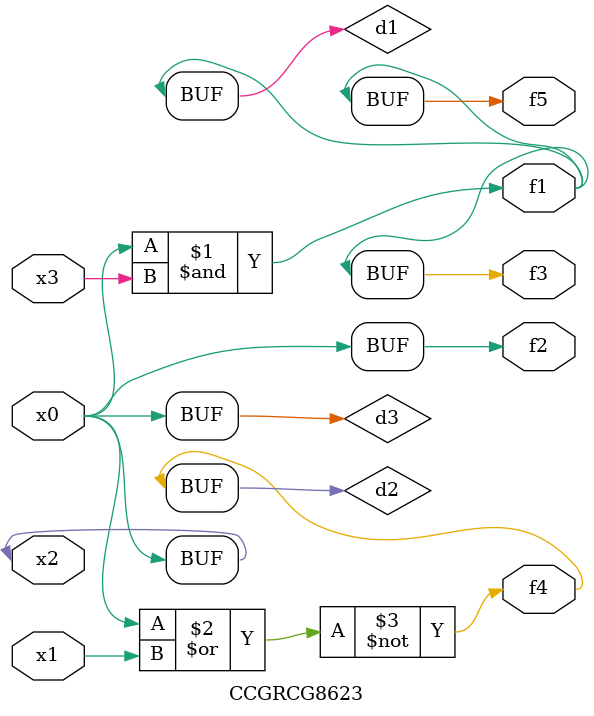
<source format=v>
module CCGRCG8623(
	input x0, x1, x2, x3,
	output f1, f2, f3, f4, f5
);

	wire d1, d2, d3;

	and (d1, x2, x3);
	nor (d2, x0, x1);
	buf (d3, x0, x2);
	assign f1 = d1;
	assign f2 = d3;
	assign f3 = d1;
	assign f4 = d2;
	assign f5 = d1;
endmodule

</source>
